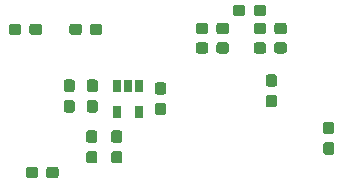
<source format=gbr>
G04 #@! TF.GenerationSoftware,KiCad,Pcbnew,(5.1.4)-1*
G04 #@! TF.CreationDate,2019-12-06T22:53:01-05:00*
G04 #@! TF.ProjectId,STM32G4DevBoard,53544d33-3247-4344-9465-76426f617264,rev?*
G04 #@! TF.SameCoordinates,Original*
G04 #@! TF.FileFunction,Paste,Bot*
G04 #@! TF.FilePolarity,Positive*
%FSLAX46Y46*%
G04 Gerber Fmt 4.6, Leading zero omitted, Abs format (unit mm)*
G04 Created by KiCad (PCBNEW (5.1.4)-1) date 2019-12-06 22:53:01*
%MOMM*%
%LPD*%
G04 APERTURE LIST*
%ADD10C,0.100000*%
%ADD11C,0.950000*%
%ADD12R,0.650000X1.060000*%
G04 APERTURE END LIST*
D10*
G36*
X117279379Y-85454344D02*
G01*
X117302434Y-85457763D01*
X117325043Y-85463427D01*
X117346987Y-85471279D01*
X117368057Y-85481244D01*
X117388048Y-85493226D01*
X117406768Y-85507110D01*
X117424038Y-85522762D01*
X117439690Y-85540032D01*
X117453574Y-85558752D01*
X117465556Y-85578743D01*
X117475521Y-85599813D01*
X117483373Y-85621757D01*
X117489037Y-85644366D01*
X117492456Y-85667421D01*
X117493600Y-85690700D01*
X117493600Y-86165700D01*
X117492456Y-86188979D01*
X117489037Y-86212034D01*
X117483373Y-86234643D01*
X117475521Y-86256587D01*
X117465556Y-86277657D01*
X117453574Y-86297648D01*
X117439690Y-86316368D01*
X117424038Y-86333638D01*
X117406768Y-86349290D01*
X117388048Y-86363174D01*
X117368057Y-86375156D01*
X117346987Y-86385121D01*
X117325043Y-86392973D01*
X117302434Y-86398637D01*
X117279379Y-86402056D01*
X117256100Y-86403200D01*
X116681100Y-86403200D01*
X116657821Y-86402056D01*
X116634766Y-86398637D01*
X116612157Y-86392973D01*
X116590213Y-86385121D01*
X116569143Y-86375156D01*
X116549152Y-86363174D01*
X116530432Y-86349290D01*
X116513162Y-86333638D01*
X116497510Y-86316368D01*
X116483626Y-86297648D01*
X116471644Y-86277657D01*
X116461679Y-86256587D01*
X116453827Y-86234643D01*
X116448163Y-86212034D01*
X116444744Y-86188979D01*
X116443600Y-86165700D01*
X116443600Y-85690700D01*
X116444744Y-85667421D01*
X116448163Y-85644366D01*
X116453827Y-85621757D01*
X116461679Y-85599813D01*
X116471644Y-85578743D01*
X116483626Y-85558752D01*
X116497510Y-85540032D01*
X116513162Y-85522762D01*
X116530432Y-85507110D01*
X116549152Y-85493226D01*
X116569143Y-85481244D01*
X116590213Y-85471279D01*
X116612157Y-85463427D01*
X116634766Y-85457763D01*
X116657821Y-85454344D01*
X116681100Y-85453200D01*
X117256100Y-85453200D01*
X117279379Y-85454344D01*
X117279379Y-85454344D01*
G37*
D11*
X116968600Y-85928200D03*
D10*
G36*
X115529379Y-85454344D02*
G01*
X115552434Y-85457763D01*
X115575043Y-85463427D01*
X115596987Y-85471279D01*
X115618057Y-85481244D01*
X115638048Y-85493226D01*
X115656768Y-85507110D01*
X115674038Y-85522762D01*
X115689690Y-85540032D01*
X115703574Y-85558752D01*
X115715556Y-85578743D01*
X115725521Y-85599813D01*
X115733373Y-85621757D01*
X115739037Y-85644366D01*
X115742456Y-85667421D01*
X115743600Y-85690700D01*
X115743600Y-86165700D01*
X115742456Y-86188979D01*
X115739037Y-86212034D01*
X115733373Y-86234643D01*
X115725521Y-86256587D01*
X115715556Y-86277657D01*
X115703574Y-86297648D01*
X115689690Y-86316368D01*
X115674038Y-86333638D01*
X115656768Y-86349290D01*
X115638048Y-86363174D01*
X115618057Y-86375156D01*
X115596987Y-86385121D01*
X115575043Y-86392973D01*
X115552434Y-86398637D01*
X115529379Y-86402056D01*
X115506100Y-86403200D01*
X114931100Y-86403200D01*
X114907821Y-86402056D01*
X114884766Y-86398637D01*
X114862157Y-86392973D01*
X114840213Y-86385121D01*
X114819143Y-86375156D01*
X114799152Y-86363174D01*
X114780432Y-86349290D01*
X114763162Y-86333638D01*
X114747510Y-86316368D01*
X114733626Y-86297648D01*
X114721644Y-86277657D01*
X114711679Y-86256587D01*
X114703827Y-86234643D01*
X114698163Y-86212034D01*
X114694744Y-86188979D01*
X114693600Y-86165700D01*
X114693600Y-85690700D01*
X114694744Y-85667421D01*
X114698163Y-85644366D01*
X114703827Y-85621757D01*
X114711679Y-85599813D01*
X114721644Y-85578743D01*
X114733626Y-85558752D01*
X114747510Y-85540032D01*
X114763162Y-85522762D01*
X114780432Y-85507110D01*
X114799152Y-85493226D01*
X114819143Y-85481244D01*
X114840213Y-85471279D01*
X114862157Y-85463427D01*
X114884766Y-85457763D01*
X114907821Y-85454344D01*
X114931100Y-85453200D01*
X115506100Y-85453200D01*
X115529379Y-85454344D01*
X115529379Y-85454344D01*
G37*
D11*
X115218600Y-85928200D03*
D10*
G36*
X132061379Y-91486344D02*
G01*
X132084434Y-91489763D01*
X132107043Y-91495427D01*
X132128987Y-91503279D01*
X132150057Y-91513244D01*
X132170048Y-91525226D01*
X132188768Y-91539110D01*
X132206038Y-91554762D01*
X132221690Y-91572032D01*
X132235574Y-91590752D01*
X132247556Y-91610743D01*
X132257521Y-91631813D01*
X132265373Y-91653757D01*
X132271037Y-91676366D01*
X132274456Y-91699421D01*
X132275600Y-91722700D01*
X132275600Y-92297700D01*
X132274456Y-92320979D01*
X132271037Y-92344034D01*
X132265373Y-92366643D01*
X132257521Y-92388587D01*
X132247556Y-92409657D01*
X132235574Y-92429648D01*
X132221690Y-92448368D01*
X132206038Y-92465638D01*
X132188768Y-92481290D01*
X132170048Y-92495174D01*
X132150057Y-92507156D01*
X132128987Y-92517121D01*
X132107043Y-92524973D01*
X132084434Y-92530637D01*
X132061379Y-92534056D01*
X132038100Y-92535200D01*
X131563100Y-92535200D01*
X131539821Y-92534056D01*
X131516766Y-92530637D01*
X131494157Y-92524973D01*
X131472213Y-92517121D01*
X131451143Y-92507156D01*
X131431152Y-92495174D01*
X131412432Y-92481290D01*
X131395162Y-92465638D01*
X131379510Y-92448368D01*
X131365626Y-92429648D01*
X131353644Y-92409657D01*
X131343679Y-92388587D01*
X131335827Y-92366643D01*
X131330163Y-92344034D01*
X131326744Y-92320979D01*
X131325600Y-92297700D01*
X131325600Y-91722700D01*
X131326744Y-91699421D01*
X131330163Y-91676366D01*
X131335827Y-91653757D01*
X131343679Y-91631813D01*
X131353644Y-91610743D01*
X131365626Y-91590752D01*
X131379510Y-91572032D01*
X131395162Y-91554762D01*
X131412432Y-91539110D01*
X131431152Y-91525226D01*
X131451143Y-91513244D01*
X131472213Y-91503279D01*
X131494157Y-91495427D01*
X131516766Y-91489763D01*
X131539821Y-91486344D01*
X131563100Y-91485200D01*
X132038100Y-91485200D01*
X132061379Y-91486344D01*
X132061379Y-91486344D01*
G37*
D11*
X131800600Y-92010200D03*
D10*
G36*
X132061379Y-89736344D02*
G01*
X132084434Y-89739763D01*
X132107043Y-89745427D01*
X132128987Y-89753279D01*
X132150057Y-89763244D01*
X132170048Y-89775226D01*
X132188768Y-89789110D01*
X132206038Y-89804762D01*
X132221690Y-89822032D01*
X132235574Y-89840752D01*
X132247556Y-89860743D01*
X132257521Y-89881813D01*
X132265373Y-89903757D01*
X132271037Y-89926366D01*
X132274456Y-89949421D01*
X132275600Y-89972700D01*
X132275600Y-90547700D01*
X132274456Y-90570979D01*
X132271037Y-90594034D01*
X132265373Y-90616643D01*
X132257521Y-90638587D01*
X132247556Y-90659657D01*
X132235574Y-90679648D01*
X132221690Y-90698368D01*
X132206038Y-90715638D01*
X132188768Y-90731290D01*
X132170048Y-90745174D01*
X132150057Y-90757156D01*
X132128987Y-90767121D01*
X132107043Y-90774973D01*
X132084434Y-90780637D01*
X132061379Y-90784056D01*
X132038100Y-90785200D01*
X131563100Y-90785200D01*
X131539821Y-90784056D01*
X131516766Y-90780637D01*
X131494157Y-90774973D01*
X131472213Y-90767121D01*
X131451143Y-90757156D01*
X131431152Y-90745174D01*
X131412432Y-90731290D01*
X131395162Y-90715638D01*
X131379510Y-90698368D01*
X131365626Y-90679648D01*
X131353644Y-90659657D01*
X131343679Y-90638587D01*
X131335827Y-90616643D01*
X131330163Y-90594034D01*
X131326744Y-90570979D01*
X131325600Y-90547700D01*
X131325600Y-89972700D01*
X131326744Y-89949421D01*
X131330163Y-89926366D01*
X131335827Y-89903757D01*
X131343679Y-89881813D01*
X131353644Y-89860743D01*
X131365626Y-89840752D01*
X131379510Y-89822032D01*
X131395162Y-89804762D01*
X131412432Y-89789110D01*
X131431152Y-89775226D01*
X131451143Y-89763244D01*
X131472213Y-89753279D01*
X131494157Y-89745427D01*
X131516766Y-89739763D01*
X131539821Y-89736344D01*
X131563100Y-89735200D01*
X132038100Y-89735200D01*
X132061379Y-89736344D01*
X132061379Y-89736344D01*
G37*
D11*
X131800600Y-90260200D03*
D10*
G36*
X114941779Y-91924544D02*
G01*
X114964834Y-91927963D01*
X114987443Y-91933627D01*
X115009387Y-91941479D01*
X115030457Y-91951444D01*
X115050448Y-91963426D01*
X115069168Y-91977310D01*
X115086438Y-91992962D01*
X115102090Y-92010232D01*
X115115974Y-92028952D01*
X115127956Y-92048943D01*
X115137921Y-92070013D01*
X115145773Y-92091957D01*
X115151437Y-92114566D01*
X115154856Y-92137621D01*
X115156000Y-92160900D01*
X115156000Y-92735900D01*
X115154856Y-92759179D01*
X115151437Y-92782234D01*
X115145773Y-92804843D01*
X115137921Y-92826787D01*
X115127956Y-92847857D01*
X115115974Y-92867848D01*
X115102090Y-92886568D01*
X115086438Y-92903838D01*
X115069168Y-92919490D01*
X115050448Y-92933374D01*
X115030457Y-92945356D01*
X115009387Y-92955321D01*
X114987443Y-92963173D01*
X114964834Y-92968837D01*
X114941779Y-92972256D01*
X114918500Y-92973400D01*
X114443500Y-92973400D01*
X114420221Y-92972256D01*
X114397166Y-92968837D01*
X114374557Y-92963173D01*
X114352613Y-92955321D01*
X114331543Y-92945356D01*
X114311552Y-92933374D01*
X114292832Y-92919490D01*
X114275562Y-92903838D01*
X114259910Y-92886568D01*
X114246026Y-92867848D01*
X114234044Y-92847857D01*
X114224079Y-92826787D01*
X114216227Y-92804843D01*
X114210563Y-92782234D01*
X114207144Y-92759179D01*
X114206000Y-92735900D01*
X114206000Y-92160900D01*
X114207144Y-92137621D01*
X114210563Y-92114566D01*
X114216227Y-92091957D01*
X114224079Y-92070013D01*
X114234044Y-92048943D01*
X114246026Y-92028952D01*
X114259910Y-92010232D01*
X114275562Y-91992962D01*
X114292832Y-91977310D01*
X114311552Y-91963426D01*
X114331543Y-91951444D01*
X114352613Y-91941479D01*
X114374557Y-91933627D01*
X114397166Y-91927963D01*
X114420221Y-91924544D01*
X114443500Y-91923400D01*
X114918500Y-91923400D01*
X114941779Y-91924544D01*
X114941779Y-91924544D01*
G37*
D11*
X114681000Y-92448400D03*
D10*
G36*
X114941779Y-90174544D02*
G01*
X114964834Y-90177963D01*
X114987443Y-90183627D01*
X115009387Y-90191479D01*
X115030457Y-90201444D01*
X115050448Y-90213426D01*
X115069168Y-90227310D01*
X115086438Y-90242962D01*
X115102090Y-90260232D01*
X115115974Y-90278952D01*
X115127956Y-90298943D01*
X115137921Y-90320013D01*
X115145773Y-90341957D01*
X115151437Y-90364566D01*
X115154856Y-90387621D01*
X115156000Y-90410900D01*
X115156000Y-90985900D01*
X115154856Y-91009179D01*
X115151437Y-91032234D01*
X115145773Y-91054843D01*
X115137921Y-91076787D01*
X115127956Y-91097857D01*
X115115974Y-91117848D01*
X115102090Y-91136568D01*
X115086438Y-91153838D01*
X115069168Y-91169490D01*
X115050448Y-91183374D01*
X115030457Y-91195356D01*
X115009387Y-91205321D01*
X114987443Y-91213173D01*
X114964834Y-91218837D01*
X114941779Y-91222256D01*
X114918500Y-91223400D01*
X114443500Y-91223400D01*
X114420221Y-91222256D01*
X114397166Y-91218837D01*
X114374557Y-91213173D01*
X114352613Y-91205321D01*
X114331543Y-91195356D01*
X114311552Y-91183374D01*
X114292832Y-91169490D01*
X114275562Y-91153838D01*
X114259910Y-91136568D01*
X114246026Y-91117848D01*
X114234044Y-91097857D01*
X114224079Y-91076787D01*
X114216227Y-91054843D01*
X114210563Y-91032234D01*
X114207144Y-91009179D01*
X114206000Y-90985900D01*
X114206000Y-90410900D01*
X114207144Y-90387621D01*
X114210563Y-90364566D01*
X114216227Y-90341957D01*
X114224079Y-90320013D01*
X114234044Y-90298943D01*
X114246026Y-90278952D01*
X114259910Y-90260232D01*
X114275562Y-90242962D01*
X114292832Y-90227310D01*
X114311552Y-90213426D01*
X114331543Y-90201444D01*
X114352613Y-90191479D01*
X114374557Y-90183627D01*
X114397166Y-90177963D01*
X114420221Y-90174544D01*
X114443500Y-90173400D01*
X114918500Y-90173400D01*
X114941779Y-90174544D01*
X114941779Y-90174544D01*
G37*
D11*
X114681000Y-90698400D03*
D10*
G36*
X132884779Y-85378144D02*
G01*
X132907834Y-85381563D01*
X132930443Y-85387227D01*
X132952387Y-85395079D01*
X132973457Y-85405044D01*
X132993448Y-85417026D01*
X133012168Y-85430910D01*
X133029438Y-85446562D01*
X133045090Y-85463832D01*
X133058974Y-85482552D01*
X133070956Y-85502543D01*
X133080921Y-85523613D01*
X133088773Y-85545557D01*
X133094437Y-85568166D01*
X133097856Y-85591221D01*
X133099000Y-85614500D01*
X133099000Y-86089500D01*
X133097856Y-86112779D01*
X133094437Y-86135834D01*
X133088773Y-86158443D01*
X133080921Y-86180387D01*
X133070956Y-86201457D01*
X133058974Y-86221448D01*
X133045090Y-86240168D01*
X133029438Y-86257438D01*
X133012168Y-86273090D01*
X132993448Y-86286974D01*
X132973457Y-86298956D01*
X132952387Y-86308921D01*
X132930443Y-86316773D01*
X132907834Y-86322437D01*
X132884779Y-86325856D01*
X132861500Y-86327000D01*
X132286500Y-86327000D01*
X132263221Y-86325856D01*
X132240166Y-86322437D01*
X132217557Y-86316773D01*
X132195613Y-86308921D01*
X132174543Y-86298956D01*
X132154552Y-86286974D01*
X132135832Y-86273090D01*
X132118562Y-86257438D01*
X132102910Y-86240168D01*
X132089026Y-86221448D01*
X132077044Y-86201457D01*
X132067079Y-86180387D01*
X132059227Y-86158443D01*
X132053563Y-86135834D01*
X132050144Y-86112779D01*
X132049000Y-86089500D01*
X132049000Y-85614500D01*
X132050144Y-85591221D01*
X132053563Y-85568166D01*
X132059227Y-85545557D01*
X132067079Y-85523613D01*
X132077044Y-85502543D01*
X132089026Y-85482552D01*
X132102910Y-85463832D01*
X132118562Y-85446562D01*
X132135832Y-85430910D01*
X132154552Y-85417026D01*
X132174543Y-85405044D01*
X132195613Y-85395079D01*
X132217557Y-85387227D01*
X132240166Y-85381563D01*
X132263221Y-85378144D01*
X132286500Y-85377000D01*
X132861500Y-85377000D01*
X132884779Y-85378144D01*
X132884779Y-85378144D01*
G37*
D11*
X132574000Y-85852000D03*
D10*
G36*
X131134779Y-85378144D02*
G01*
X131157834Y-85381563D01*
X131180443Y-85387227D01*
X131202387Y-85395079D01*
X131223457Y-85405044D01*
X131243448Y-85417026D01*
X131262168Y-85430910D01*
X131279438Y-85446562D01*
X131295090Y-85463832D01*
X131308974Y-85482552D01*
X131320956Y-85502543D01*
X131330921Y-85523613D01*
X131338773Y-85545557D01*
X131344437Y-85568166D01*
X131347856Y-85591221D01*
X131349000Y-85614500D01*
X131349000Y-86089500D01*
X131347856Y-86112779D01*
X131344437Y-86135834D01*
X131338773Y-86158443D01*
X131330921Y-86180387D01*
X131320956Y-86201457D01*
X131308974Y-86221448D01*
X131295090Y-86240168D01*
X131279438Y-86257438D01*
X131262168Y-86273090D01*
X131243448Y-86286974D01*
X131223457Y-86298956D01*
X131202387Y-86308921D01*
X131180443Y-86316773D01*
X131157834Y-86322437D01*
X131134779Y-86325856D01*
X131111500Y-86327000D01*
X130536500Y-86327000D01*
X130513221Y-86325856D01*
X130490166Y-86322437D01*
X130467557Y-86316773D01*
X130445613Y-86308921D01*
X130424543Y-86298956D01*
X130404552Y-86286974D01*
X130385832Y-86273090D01*
X130368562Y-86257438D01*
X130352910Y-86240168D01*
X130339026Y-86221448D01*
X130327044Y-86201457D01*
X130317079Y-86180387D01*
X130309227Y-86158443D01*
X130303563Y-86135834D01*
X130300144Y-86112779D01*
X130299000Y-86089500D01*
X130299000Y-85614500D01*
X130300144Y-85591221D01*
X130303563Y-85568166D01*
X130309227Y-85545557D01*
X130317079Y-85523613D01*
X130327044Y-85502543D01*
X130339026Y-85482552D01*
X130352910Y-85463832D01*
X130368562Y-85446562D01*
X130385832Y-85430910D01*
X130404552Y-85417026D01*
X130424543Y-85405044D01*
X130445613Y-85395079D01*
X130467557Y-85387227D01*
X130490166Y-85381563D01*
X130513221Y-85378144D01*
X130536500Y-85377000D01*
X131111500Y-85377000D01*
X131134779Y-85378144D01*
X131134779Y-85378144D01*
G37*
D11*
X130824000Y-85852000D03*
D12*
X118699880Y-92903400D03*
X120599880Y-92903400D03*
X120599880Y-90703400D03*
X119649880Y-90703400D03*
X118699880Y-90703400D03*
D10*
G36*
X113566779Y-97570144D02*
G01*
X113589834Y-97573563D01*
X113612443Y-97579227D01*
X113634387Y-97587079D01*
X113655457Y-97597044D01*
X113675448Y-97609026D01*
X113694168Y-97622910D01*
X113711438Y-97638562D01*
X113727090Y-97655832D01*
X113740974Y-97674552D01*
X113752956Y-97694543D01*
X113762921Y-97715613D01*
X113770773Y-97737557D01*
X113776437Y-97760166D01*
X113779856Y-97783221D01*
X113781000Y-97806500D01*
X113781000Y-98281500D01*
X113779856Y-98304779D01*
X113776437Y-98327834D01*
X113770773Y-98350443D01*
X113762921Y-98372387D01*
X113752956Y-98393457D01*
X113740974Y-98413448D01*
X113727090Y-98432168D01*
X113711438Y-98449438D01*
X113694168Y-98465090D01*
X113675448Y-98478974D01*
X113655457Y-98490956D01*
X113634387Y-98500921D01*
X113612443Y-98508773D01*
X113589834Y-98514437D01*
X113566779Y-98517856D01*
X113543500Y-98519000D01*
X112968500Y-98519000D01*
X112945221Y-98517856D01*
X112922166Y-98514437D01*
X112899557Y-98508773D01*
X112877613Y-98500921D01*
X112856543Y-98490956D01*
X112836552Y-98478974D01*
X112817832Y-98465090D01*
X112800562Y-98449438D01*
X112784910Y-98432168D01*
X112771026Y-98413448D01*
X112759044Y-98393457D01*
X112749079Y-98372387D01*
X112741227Y-98350443D01*
X112735563Y-98327834D01*
X112732144Y-98304779D01*
X112731000Y-98281500D01*
X112731000Y-97806500D01*
X112732144Y-97783221D01*
X112735563Y-97760166D01*
X112741227Y-97737557D01*
X112749079Y-97715613D01*
X112759044Y-97694543D01*
X112771026Y-97674552D01*
X112784910Y-97655832D01*
X112800562Y-97638562D01*
X112817832Y-97622910D01*
X112836552Y-97609026D01*
X112856543Y-97597044D01*
X112877613Y-97587079D01*
X112899557Y-97579227D01*
X112922166Y-97573563D01*
X112945221Y-97570144D01*
X112968500Y-97569000D01*
X113543500Y-97569000D01*
X113566779Y-97570144D01*
X113566779Y-97570144D01*
G37*
D11*
X113256000Y-98044000D03*
D10*
G36*
X111816779Y-97570144D02*
G01*
X111839834Y-97573563D01*
X111862443Y-97579227D01*
X111884387Y-97587079D01*
X111905457Y-97597044D01*
X111925448Y-97609026D01*
X111944168Y-97622910D01*
X111961438Y-97638562D01*
X111977090Y-97655832D01*
X111990974Y-97674552D01*
X112002956Y-97694543D01*
X112012921Y-97715613D01*
X112020773Y-97737557D01*
X112026437Y-97760166D01*
X112029856Y-97783221D01*
X112031000Y-97806500D01*
X112031000Y-98281500D01*
X112029856Y-98304779D01*
X112026437Y-98327834D01*
X112020773Y-98350443D01*
X112012921Y-98372387D01*
X112002956Y-98393457D01*
X111990974Y-98413448D01*
X111977090Y-98432168D01*
X111961438Y-98449438D01*
X111944168Y-98465090D01*
X111925448Y-98478974D01*
X111905457Y-98490956D01*
X111884387Y-98500921D01*
X111862443Y-98508773D01*
X111839834Y-98514437D01*
X111816779Y-98517856D01*
X111793500Y-98519000D01*
X111218500Y-98519000D01*
X111195221Y-98517856D01*
X111172166Y-98514437D01*
X111149557Y-98508773D01*
X111127613Y-98500921D01*
X111106543Y-98490956D01*
X111086552Y-98478974D01*
X111067832Y-98465090D01*
X111050562Y-98449438D01*
X111034910Y-98432168D01*
X111021026Y-98413448D01*
X111009044Y-98393457D01*
X110999079Y-98372387D01*
X110991227Y-98350443D01*
X110985563Y-98327834D01*
X110982144Y-98304779D01*
X110981000Y-98281500D01*
X110981000Y-97806500D01*
X110982144Y-97783221D01*
X110985563Y-97760166D01*
X110991227Y-97737557D01*
X110999079Y-97715613D01*
X111009044Y-97694543D01*
X111021026Y-97674552D01*
X111034910Y-97655832D01*
X111050562Y-97638562D01*
X111067832Y-97622910D01*
X111086552Y-97609026D01*
X111106543Y-97597044D01*
X111127613Y-97587079D01*
X111149557Y-97579227D01*
X111172166Y-97573563D01*
X111195221Y-97570144D01*
X111218500Y-97569000D01*
X111793500Y-97569000D01*
X111816779Y-97570144D01*
X111816779Y-97570144D01*
G37*
D11*
X111506000Y-98044000D03*
D10*
G36*
X131134779Y-87029144D02*
G01*
X131157834Y-87032563D01*
X131180443Y-87038227D01*
X131202387Y-87046079D01*
X131223457Y-87056044D01*
X131243448Y-87068026D01*
X131262168Y-87081910D01*
X131279438Y-87097562D01*
X131295090Y-87114832D01*
X131308974Y-87133552D01*
X131320956Y-87153543D01*
X131330921Y-87174613D01*
X131338773Y-87196557D01*
X131344437Y-87219166D01*
X131347856Y-87242221D01*
X131349000Y-87265500D01*
X131349000Y-87740500D01*
X131347856Y-87763779D01*
X131344437Y-87786834D01*
X131338773Y-87809443D01*
X131330921Y-87831387D01*
X131320956Y-87852457D01*
X131308974Y-87872448D01*
X131295090Y-87891168D01*
X131279438Y-87908438D01*
X131262168Y-87924090D01*
X131243448Y-87937974D01*
X131223457Y-87949956D01*
X131202387Y-87959921D01*
X131180443Y-87967773D01*
X131157834Y-87973437D01*
X131134779Y-87976856D01*
X131111500Y-87978000D01*
X130536500Y-87978000D01*
X130513221Y-87976856D01*
X130490166Y-87973437D01*
X130467557Y-87967773D01*
X130445613Y-87959921D01*
X130424543Y-87949956D01*
X130404552Y-87937974D01*
X130385832Y-87924090D01*
X130368562Y-87908438D01*
X130352910Y-87891168D01*
X130339026Y-87872448D01*
X130327044Y-87852457D01*
X130317079Y-87831387D01*
X130309227Y-87809443D01*
X130303563Y-87786834D01*
X130300144Y-87763779D01*
X130299000Y-87740500D01*
X130299000Y-87265500D01*
X130300144Y-87242221D01*
X130303563Y-87219166D01*
X130309227Y-87196557D01*
X130317079Y-87174613D01*
X130327044Y-87153543D01*
X130339026Y-87133552D01*
X130352910Y-87114832D01*
X130368562Y-87097562D01*
X130385832Y-87081910D01*
X130404552Y-87068026D01*
X130424543Y-87056044D01*
X130445613Y-87046079D01*
X130467557Y-87038227D01*
X130490166Y-87032563D01*
X130513221Y-87029144D01*
X130536500Y-87028000D01*
X131111500Y-87028000D01*
X131134779Y-87029144D01*
X131134779Y-87029144D01*
G37*
D11*
X130824000Y-87503000D03*
D10*
G36*
X132884779Y-87029144D02*
G01*
X132907834Y-87032563D01*
X132930443Y-87038227D01*
X132952387Y-87046079D01*
X132973457Y-87056044D01*
X132993448Y-87068026D01*
X133012168Y-87081910D01*
X133029438Y-87097562D01*
X133045090Y-87114832D01*
X133058974Y-87133552D01*
X133070956Y-87153543D01*
X133080921Y-87174613D01*
X133088773Y-87196557D01*
X133094437Y-87219166D01*
X133097856Y-87242221D01*
X133099000Y-87265500D01*
X133099000Y-87740500D01*
X133097856Y-87763779D01*
X133094437Y-87786834D01*
X133088773Y-87809443D01*
X133080921Y-87831387D01*
X133070956Y-87852457D01*
X133058974Y-87872448D01*
X133045090Y-87891168D01*
X133029438Y-87908438D01*
X133012168Y-87924090D01*
X132993448Y-87937974D01*
X132973457Y-87949956D01*
X132952387Y-87959921D01*
X132930443Y-87967773D01*
X132907834Y-87973437D01*
X132884779Y-87976856D01*
X132861500Y-87978000D01*
X132286500Y-87978000D01*
X132263221Y-87976856D01*
X132240166Y-87973437D01*
X132217557Y-87967773D01*
X132195613Y-87959921D01*
X132174543Y-87949956D01*
X132154552Y-87937974D01*
X132135832Y-87924090D01*
X132118562Y-87908438D01*
X132102910Y-87891168D01*
X132089026Y-87872448D01*
X132077044Y-87852457D01*
X132067079Y-87831387D01*
X132059227Y-87809443D01*
X132053563Y-87786834D01*
X132050144Y-87763779D01*
X132049000Y-87740500D01*
X132049000Y-87265500D01*
X132050144Y-87242221D01*
X132053563Y-87219166D01*
X132059227Y-87196557D01*
X132067079Y-87174613D01*
X132077044Y-87153543D01*
X132089026Y-87133552D01*
X132102910Y-87114832D01*
X132118562Y-87097562D01*
X132135832Y-87081910D01*
X132154552Y-87068026D01*
X132174543Y-87056044D01*
X132195613Y-87046079D01*
X132217557Y-87038227D01*
X132240166Y-87032563D01*
X132263221Y-87029144D01*
X132286500Y-87028000D01*
X132861500Y-87028000D01*
X132884779Y-87029144D01*
X132884779Y-87029144D01*
G37*
D11*
X132574000Y-87503000D03*
D10*
G36*
X126232579Y-85378144D02*
G01*
X126255634Y-85381563D01*
X126278243Y-85387227D01*
X126300187Y-85395079D01*
X126321257Y-85405044D01*
X126341248Y-85417026D01*
X126359968Y-85430910D01*
X126377238Y-85446562D01*
X126392890Y-85463832D01*
X126406774Y-85482552D01*
X126418756Y-85502543D01*
X126428721Y-85523613D01*
X126436573Y-85545557D01*
X126442237Y-85568166D01*
X126445656Y-85591221D01*
X126446800Y-85614500D01*
X126446800Y-86089500D01*
X126445656Y-86112779D01*
X126442237Y-86135834D01*
X126436573Y-86158443D01*
X126428721Y-86180387D01*
X126418756Y-86201457D01*
X126406774Y-86221448D01*
X126392890Y-86240168D01*
X126377238Y-86257438D01*
X126359968Y-86273090D01*
X126341248Y-86286974D01*
X126321257Y-86298956D01*
X126300187Y-86308921D01*
X126278243Y-86316773D01*
X126255634Y-86322437D01*
X126232579Y-86325856D01*
X126209300Y-86327000D01*
X125634300Y-86327000D01*
X125611021Y-86325856D01*
X125587966Y-86322437D01*
X125565357Y-86316773D01*
X125543413Y-86308921D01*
X125522343Y-86298956D01*
X125502352Y-86286974D01*
X125483632Y-86273090D01*
X125466362Y-86257438D01*
X125450710Y-86240168D01*
X125436826Y-86221448D01*
X125424844Y-86201457D01*
X125414879Y-86180387D01*
X125407027Y-86158443D01*
X125401363Y-86135834D01*
X125397944Y-86112779D01*
X125396800Y-86089500D01*
X125396800Y-85614500D01*
X125397944Y-85591221D01*
X125401363Y-85568166D01*
X125407027Y-85545557D01*
X125414879Y-85523613D01*
X125424844Y-85502543D01*
X125436826Y-85482552D01*
X125450710Y-85463832D01*
X125466362Y-85446562D01*
X125483632Y-85430910D01*
X125502352Y-85417026D01*
X125522343Y-85405044D01*
X125543413Y-85395079D01*
X125565357Y-85387227D01*
X125587966Y-85381563D01*
X125611021Y-85378144D01*
X125634300Y-85377000D01*
X126209300Y-85377000D01*
X126232579Y-85378144D01*
X126232579Y-85378144D01*
G37*
D11*
X125921800Y-85852000D03*
D10*
G36*
X127982579Y-85378144D02*
G01*
X128005634Y-85381563D01*
X128028243Y-85387227D01*
X128050187Y-85395079D01*
X128071257Y-85405044D01*
X128091248Y-85417026D01*
X128109968Y-85430910D01*
X128127238Y-85446562D01*
X128142890Y-85463832D01*
X128156774Y-85482552D01*
X128168756Y-85502543D01*
X128178721Y-85523613D01*
X128186573Y-85545557D01*
X128192237Y-85568166D01*
X128195656Y-85591221D01*
X128196800Y-85614500D01*
X128196800Y-86089500D01*
X128195656Y-86112779D01*
X128192237Y-86135834D01*
X128186573Y-86158443D01*
X128178721Y-86180387D01*
X128168756Y-86201457D01*
X128156774Y-86221448D01*
X128142890Y-86240168D01*
X128127238Y-86257438D01*
X128109968Y-86273090D01*
X128091248Y-86286974D01*
X128071257Y-86298956D01*
X128050187Y-86308921D01*
X128028243Y-86316773D01*
X128005634Y-86322437D01*
X127982579Y-86325856D01*
X127959300Y-86327000D01*
X127384300Y-86327000D01*
X127361021Y-86325856D01*
X127337966Y-86322437D01*
X127315357Y-86316773D01*
X127293413Y-86308921D01*
X127272343Y-86298956D01*
X127252352Y-86286974D01*
X127233632Y-86273090D01*
X127216362Y-86257438D01*
X127200710Y-86240168D01*
X127186826Y-86221448D01*
X127174844Y-86201457D01*
X127164879Y-86180387D01*
X127157027Y-86158443D01*
X127151363Y-86135834D01*
X127147944Y-86112779D01*
X127146800Y-86089500D01*
X127146800Y-85614500D01*
X127147944Y-85591221D01*
X127151363Y-85568166D01*
X127157027Y-85545557D01*
X127164879Y-85523613D01*
X127174844Y-85502543D01*
X127186826Y-85482552D01*
X127200710Y-85463832D01*
X127216362Y-85446562D01*
X127233632Y-85430910D01*
X127252352Y-85417026D01*
X127272343Y-85405044D01*
X127293413Y-85395079D01*
X127315357Y-85387227D01*
X127337966Y-85381563D01*
X127361021Y-85378144D01*
X127384300Y-85377000D01*
X127959300Y-85377000D01*
X127982579Y-85378144D01*
X127982579Y-85378144D01*
G37*
D11*
X127671800Y-85852000D03*
D10*
G36*
X136912779Y-93738144D02*
G01*
X136935834Y-93741563D01*
X136958443Y-93747227D01*
X136980387Y-93755079D01*
X137001457Y-93765044D01*
X137021448Y-93777026D01*
X137040168Y-93790910D01*
X137057438Y-93806562D01*
X137073090Y-93823832D01*
X137086974Y-93842552D01*
X137098956Y-93862543D01*
X137108921Y-93883613D01*
X137116773Y-93905557D01*
X137122437Y-93928166D01*
X137125856Y-93951221D01*
X137127000Y-93974500D01*
X137127000Y-94549500D01*
X137125856Y-94572779D01*
X137122437Y-94595834D01*
X137116773Y-94618443D01*
X137108921Y-94640387D01*
X137098956Y-94661457D01*
X137086974Y-94681448D01*
X137073090Y-94700168D01*
X137057438Y-94717438D01*
X137040168Y-94733090D01*
X137021448Y-94746974D01*
X137001457Y-94758956D01*
X136980387Y-94768921D01*
X136958443Y-94776773D01*
X136935834Y-94782437D01*
X136912779Y-94785856D01*
X136889500Y-94787000D01*
X136414500Y-94787000D01*
X136391221Y-94785856D01*
X136368166Y-94782437D01*
X136345557Y-94776773D01*
X136323613Y-94768921D01*
X136302543Y-94758956D01*
X136282552Y-94746974D01*
X136263832Y-94733090D01*
X136246562Y-94717438D01*
X136230910Y-94700168D01*
X136217026Y-94681448D01*
X136205044Y-94661457D01*
X136195079Y-94640387D01*
X136187227Y-94618443D01*
X136181563Y-94595834D01*
X136178144Y-94572779D01*
X136177000Y-94549500D01*
X136177000Y-93974500D01*
X136178144Y-93951221D01*
X136181563Y-93928166D01*
X136187227Y-93905557D01*
X136195079Y-93883613D01*
X136205044Y-93862543D01*
X136217026Y-93842552D01*
X136230910Y-93823832D01*
X136246562Y-93806562D01*
X136263832Y-93790910D01*
X136282552Y-93777026D01*
X136302543Y-93765044D01*
X136323613Y-93755079D01*
X136345557Y-93747227D01*
X136368166Y-93741563D01*
X136391221Y-93738144D01*
X136414500Y-93737000D01*
X136889500Y-93737000D01*
X136912779Y-93738144D01*
X136912779Y-93738144D01*
G37*
D11*
X136652000Y-94262000D03*
D10*
G36*
X136912779Y-95488144D02*
G01*
X136935834Y-95491563D01*
X136958443Y-95497227D01*
X136980387Y-95505079D01*
X137001457Y-95515044D01*
X137021448Y-95527026D01*
X137040168Y-95540910D01*
X137057438Y-95556562D01*
X137073090Y-95573832D01*
X137086974Y-95592552D01*
X137098956Y-95612543D01*
X137108921Y-95633613D01*
X137116773Y-95655557D01*
X137122437Y-95678166D01*
X137125856Y-95701221D01*
X137127000Y-95724500D01*
X137127000Y-96299500D01*
X137125856Y-96322779D01*
X137122437Y-96345834D01*
X137116773Y-96368443D01*
X137108921Y-96390387D01*
X137098956Y-96411457D01*
X137086974Y-96431448D01*
X137073090Y-96450168D01*
X137057438Y-96467438D01*
X137040168Y-96483090D01*
X137021448Y-96496974D01*
X137001457Y-96508956D01*
X136980387Y-96518921D01*
X136958443Y-96526773D01*
X136935834Y-96532437D01*
X136912779Y-96535856D01*
X136889500Y-96537000D01*
X136414500Y-96537000D01*
X136391221Y-96535856D01*
X136368166Y-96532437D01*
X136345557Y-96526773D01*
X136323613Y-96518921D01*
X136302543Y-96508956D01*
X136282552Y-96496974D01*
X136263832Y-96483090D01*
X136246562Y-96467438D01*
X136230910Y-96450168D01*
X136217026Y-96431448D01*
X136205044Y-96411457D01*
X136195079Y-96390387D01*
X136187227Y-96368443D01*
X136181563Y-96345834D01*
X136178144Y-96322779D01*
X136177000Y-96299500D01*
X136177000Y-95724500D01*
X136178144Y-95701221D01*
X136181563Y-95678166D01*
X136187227Y-95655557D01*
X136195079Y-95633613D01*
X136205044Y-95612543D01*
X136217026Y-95592552D01*
X136230910Y-95573832D01*
X136246562Y-95556562D01*
X136263832Y-95540910D01*
X136282552Y-95527026D01*
X136302543Y-95515044D01*
X136323613Y-95505079D01*
X136345557Y-95497227D01*
X136368166Y-95491563D01*
X136391221Y-95488144D01*
X136414500Y-95487000D01*
X136889500Y-95487000D01*
X136912779Y-95488144D01*
X136912779Y-95488144D01*
G37*
D11*
X136652000Y-96012000D03*
D10*
G36*
X126232579Y-87029144D02*
G01*
X126255634Y-87032563D01*
X126278243Y-87038227D01*
X126300187Y-87046079D01*
X126321257Y-87056044D01*
X126341248Y-87068026D01*
X126359968Y-87081910D01*
X126377238Y-87097562D01*
X126392890Y-87114832D01*
X126406774Y-87133552D01*
X126418756Y-87153543D01*
X126428721Y-87174613D01*
X126436573Y-87196557D01*
X126442237Y-87219166D01*
X126445656Y-87242221D01*
X126446800Y-87265500D01*
X126446800Y-87740500D01*
X126445656Y-87763779D01*
X126442237Y-87786834D01*
X126436573Y-87809443D01*
X126428721Y-87831387D01*
X126418756Y-87852457D01*
X126406774Y-87872448D01*
X126392890Y-87891168D01*
X126377238Y-87908438D01*
X126359968Y-87924090D01*
X126341248Y-87937974D01*
X126321257Y-87949956D01*
X126300187Y-87959921D01*
X126278243Y-87967773D01*
X126255634Y-87973437D01*
X126232579Y-87976856D01*
X126209300Y-87978000D01*
X125634300Y-87978000D01*
X125611021Y-87976856D01*
X125587966Y-87973437D01*
X125565357Y-87967773D01*
X125543413Y-87959921D01*
X125522343Y-87949956D01*
X125502352Y-87937974D01*
X125483632Y-87924090D01*
X125466362Y-87908438D01*
X125450710Y-87891168D01*
X125436826Y-87872448D01*
X125424844Y-87852457D01*
X125414879Y-87831387D01*
X125407027Y-87809443D01*
X125401363Y-87786834D01*
X125397944Y-87763779D01*
X125396800Y-87740500D01*
X125396800Y-87265500D01*
X125397944Y-87242221D01*
X125401363Y-87219166D01*
X125407027Y-87196557D01*
X125414879Y-87174613D01*
X125424844Y-87153543D01*
X125436826Y-87133552D01*
X125450710Y-87114832D01*
X125466362Y-87097562D01*
X125483632Y-87081910D01*
X125502352Y-87068026D01*
X125522343Y-87056044D01*
X125543413Y-87046079D01*
X125565357Y-87038227D01*
X125587966Y-87032563D01*
X125611021Y-87029144D01*
X125634300Y-87028000D01*
X126209300Y-87028000D01*
X126232579Y-87029144D01*
X126232579Y-87029144D01*
G37*
D11*
X125921800Y-87503000D03*
D10*
G36*
X127982579Y-87029144D02*
G01*
X128005634Y-87032563D01*
X128028243Y-87038227D01*
X128050187Y-87046079D01*
X128071257Y-87056044D01*
X128091248Y-87068026D01*
X128109968Y-87081910D01*
X128127238Y-87097562D01*
X128142890Y-87114832D01*
X128156774Y-87133552D01*
X128168756Y-87153543D01*
X128178721Y-87174613D01*
X128186573Y-87196557D01*
X128192237Y-87219166D01*
X128195656Y-87242221D01*
X128196800Y-87265500D01*
X128196800Y-87740500D01*
X128195656Y-87763779D01*
X128192237Y-87786834D01*
X128186573Y-87809443D01*
X128178721Y-87831387D01*
X128168756Y-87852457D01*
X128156774Y-87872448D01*
X128142890Y-87891168D01*
X128127238Y-87908438D01*
X128109968Y-87924090D01*
X128091248Y-87937974D01*
X128071257Y-87949956D01*
X128050187Y-87959921D01*
X128028243Y-87967773D01*
X128005634Y-87973437D01*
X127982579Y-87976856D01*
X127959300Y-87978000D01*
X127384300Y-87978000D01*
X127361021Y-87976856D01*
X127337966Y-87973437D01*
X127315357Y-87967773D01*
X127293413Y-87959921D01*
X127272343Y-87949956D01*
X127252352Y-87937974D01*
X127233632Y-87924090D01*
X127216362Y-87908438D01*
X127200710Y-87891168D01*
X127186826Y-87872448D01*
X127174844Y-87852457D01*
X127164879Y-87831387D01*
X127157027Y-87809443D01*
X127151363Y-87786834D01*
X127147944Y-87763779D01*
X127146800Y-87740500D01*
X127146800Y-87265500D01*
X127147944Y-87242221D01*
X127151363Y-87219166D01*
X127157027Y-87196557D01*
X127164879Y-87174613D01*
X127174844Y-87153543D01*
X127186826Y-87133552D01*
X127200710Y-87114832D01*
X127216362Y-87097562D01*
X127233632Y-87081910D01*
X127252352Y-87068026D01*
X127272343Y-87056044D01*
X127293413Y-87046079D01*
X127315357Y-87038227D01*
X127337966Y-87032563D01*
X127361021Y-87029144D01*
X127384300Y-87028000D01*
X127959300Y-87028000D01*
X127982579Y-87029144D01*
X127982579Y-87029144D01*
G37*
D11*
X127671800Y-87503000D03*
D10*
G36*
X116891219Y-91924544D02*
G01*
X116914274Y-91927963D01*
X116936883Y-91933627D01*
X116958827Y-91941479D01*
X116979897Y-91951444D01*
X116999888Y-91963426D01*
X117018608Y-91977310D01*
X117035878Y-91992962D01*
X117051530Y-92010232D01*
X117065414Y-92028952D01*
X117077396Y-92048943D01*
X117087361Y-92070013D01*
X117095213Y-92091957D01*
X117100877Y-92114566D01*
X117104296Y-92137621D01*
X117105440Y-92160900D01*
X117105440Y-92735900D01*
X117104296Y-92759179D01*
X117100877Y-92782234D01*
X117095213Y-92804843D01*
X117087361Y-92826787D01*
X117077396Y-92847857D01*
X117065414Y-92867848D01*
X117051530Y-92886568D01*
X117035878Y-92903838D01*
X117018608Y-92919490D01*
X116999888Y-92933374D01*
X116979897Y-92945356D01*
X116958827Y-92955321D01*
X116936883Y-92963173D01*
X116914274Y-92968837D01*
X116891219Y-92972256D01*
X116867940Y-92973400D01*
X116392940Y-92973400D01*
X116369661Y-92972256D01*
X116346606Y-92968837D01*
X116323997Y-92963173D01*
X116302053Y-92955321D01*
X116280983Y-92945356D01*
X116260992Y-92933374D01*
X116242272Y-92919490D01*
X116225002Y-92903838D01*
X116209350Y-92886568D01*
X116195466Y-92867848D01*
X116183484Y-92847857D01*
X116173519Y-92826787D01*
X116165667Y-92804843D01*
X116160003Y-92782234D01*
X116156584Y-92759179D01*
X116155440Y-92735900D01*
X116155440Y-92160900D01*
X116156584Y-92137621D01*
X116160003Y-92114566D01*
X116165667Y-92091957D01*
X116173519Y-92070013D01*
X116183484Y-92048943D01*
X116195466Y-92028952D01*
X116209350Y-92010232D01*
X116225002Y-91992962D01*
X116242272Y-91977310D01*
X116260992Y-91963426D01*
X116280983Y-91951444D01*
X116302053Y-91941479D01*
X116323997Y-91933627D01*
X116346606Y-91927963D01*
X116369661Y-91924544D01*
X116392940Y-91923400D01*
X116867940Y-91923400D01*
X116891219Y-91924544D01*
X116891219Y-91924544D01*
G37*
D11*
X116630440Y-92448400D03*
D10*
G36*
X116891219Y-90174544D02*
G01*
X116914274Y-90177963D01*
X116936883Y-90183627D01*
X116958827Y-90191479D01*
X116979897Y-90201444D01*
X116999888Y-90213426D01*
X117018608Y-90227310D01*
X117035878Y-90242962D01*
X117051530Y-90260232D01*
X117065414Y-90278952D01*
X117077396Y-90298943D01*
X117087361Y-90320013D01*
X117095213Y-90341957D01*
X117100877Y-90364566D01*
X117104296Y-90387621D01*
X117105440Y-90410900D01*
X117105440Y-90985900D01*
X117104296Y-91009179D01*
X117100877Y-91032234D01*
X117095213Y-91054843D01*
X117087361Y-91076787D01*
X117077396Y-91097857D01*
X117065414Y-91117848D01*
X117051530Y-91136568D01*
X117035878Y-91153838D01*
X117018608Y-91169490D01*
X116999888Y-91183374D01*
X116979897Y-91195356D01*
X116958827Y-91205321D01*
X116936883Y-91213173D01*
X116914274Y-91218837D01*
X116891219Y-91222256D01*
X116867940Y-91223400D01*
X116392940Y-91223400D01*
X116369661Y-91222256D01*
X116346606Y-91218837D01*
X116323997Y-91213173D01*
X116302053Y-91205321D01*
X116280983Y-91195356D01*
X116260992Y-91183374D01*
X116242272Y-91169490D01*
X116225002Y-91153838D01*
X116209350Y-91136568D01*
X116195466Y-91117848D01*
X116183484Y-91097857D01*
X116173519Y-91076787D01*
X116165667Y-91054843D01*
X116160003Y-91032234D01*
X116156584Y-91009179D01*
X116155440Y-90985900D01*
X116155440Y-90410900D01*
X116156584Y-90387621D01*
X116160003Y-90364566D01*
X116165667Y-90341957D01*
X116173519Y-90320013D01*
X116183484Y-90298943D01*
X116195466Y-90278952D01*
X116209350Y-90260232D01*
X116225002Y-90242962D01*
X116242272Y-90227310D01*
X116260992Y-90213426D01*
X116280983Y-90201444D01*
X116302053Y-90191479D01*
X116323997Y-90183627D01*
X116346606Y-90177963D01*
X116369661Y-90174544D01*
X116392940Y-90173400D01*
X116867940Y-90173400D01*
X116891219Y-90174544D01*
X116891219Y-90174544D01*
G37*
D11*
X116630440Y-90698400D03*
D10*
G36*
X122676099Y-92154544D02*
G01*
X122699154Y-92157963D01*
X122721763Y-92163627D01*
X122743707Y-92171479D01*
X122764777Y-92181444D01*
X122784768Y-92193426D01*
X122803488Y-92207310D01*
X122820758Y-92222962D01*
X122836410Y-92240232D01*
X122850294Y-92258952D01*
X122862276Y-92278943D01*
X122872241Y-92300013D01*
X122880093Y-92321957D01*
X122885757Y-92344566D01*
X122889176Y-92367621D01*
X122890320Y-92390900D01*
X122890320Y-92965900D01*
X122889176Y-92989179D01*
X122885757Y-93012234D01*
X122880093Y-93034843D01*
X122872241Y-93056787D01*
X122862276Y-93077857D01*
X122850294Y-93097848D01*
X122836410Y-93116568D01*
X122820758Y-93133838D01*
X122803488Y-93149490D01*
X122784768Y-93163374D01*
X122764777Y-93175356D01*
X122743707Y-93185321D01*
X122721763Y-93193173D01*
X122699154Y-93198837D01*
X122676099Y-93202256D01*
X122652820Y-93203400D01*
X122177820Y-93203400D01*
X122154541Y-93202256D01*
X122131486Y-93198837D01*
X122108877Y-93193173D01*
X122086933Y-93185321D01*
X122065863Y-93175356D01*
X122045872Y-93163374D01*
X122027152Y-93149490D01*
X122009882Y-93133838D01*
X121994230Y-93116568D01*
X121980346Y-93097848D01*
X121968364Y-93077857D01*
X121958399Y-93056787D01*
X121950547Y-93034843D01*
X121944883Y-93012234D01*
X121941464Y-92989179D01*
X121940320Y-92965900D01*
X121940320Y-92390900D01*
X121941464Y-92367621D01*
X121944883Y-92344566D01*
X121950547Y-92321957D01*
X121958399Y-92300013D01*
X121968364Y-92278943D01*
X121980346Y-92258952D01*
X121994230Y-92240232D01*
X122009882Y-92222962D01*
X122027152Y-92207310D01*
X122045872Y-92193426D01*
X122065863Y-92181444D01*
X122086933Y-92171479D01*
X122108877Y-92163627D01*
X122131486Y-92157963D01*
X122154541Y-92154544D01*
X122177820Y-92153400D01*
X122652820Y-92153400D01*
X122676099Y-92154544D01*
X122676099Y-92154544D01*
G37*
D11*
X122415320Y-92678400D03*
D10*
G36*
X122676099Y-90404544D02*
G01*
X122699154Y-90407963D01*
X122721763Y-90413627D01*
X122743707Y-90421479D01*
X122764777Y-90431444D01*
X122784768Y-90443426D01*
X122803488Y-90457310D01*
X122820758Y-90472962D01*
X122836410Y-90490232D01*
X122850294Y-90508952D01*
X122862276Y-90528943D01*
X122872241Y-90550013D01*
X122880093Y-90571957D01*
X122885757Y-90594566D01*
X122889176Y-90617621D01*
X122890320Y-90640900D01*
X122890320Y-91215900D01*
X122889176Y-91239179D01*
X122885757Y-91262234D01*
X122880093Y-91284843D01*
X122872241Y-91306787D01*
X122862276Y-91327857D01*
X122850294Y-91347848D01*
X122836410Y-91366568D01*
X122820758Y-91383838D01*
X122803488Y-91399490D01*
X122784768Y-91413374D01*
X122764777Y-91425356D01*
X122743707Y-91435321D01*
X122721763Y-91443173D01*
X122699154Y-91448837D01*
X122676099Y-91452256D01*
X122652820Y-91453400D01*
X122177820Y-91453400D01*
X122154541Y-91452256D01*
X122131486Y-91448837D01*
X122108877Y-91443173D01*
X122086933Y-91435321D01*
X122065863Y-91425356D01*
X122045872Y-91413374D01*
X122027152Y-91399490D01*
X122009882Y-91383838D01*
X121994230Y-91366568D01*
X121980346Y-91347848D01*
X121968364Y-91327857D01*
X121958399Y-91306787D01*
X121950547Y-91284843D01*
X121944883Y-91262234D01*
X121941464Y-91239179D01*
X121940320Y-91215900D01*
X121940320Y-90640900D01*
X121941464Y-90617621D01*
X121944883Y-90594566D01*
X121950547Y-90571957D01*
X121958399Y-90550013D01*
X121968364Y-90528943D01*
X121980346Y-90508952D01*
X121994230Y-90490232D01*
X122009882Y-90472962D01*
X122027152Y-90457310D01*
X122045872Y-90443426D01*
X122065863Y-90431444D01*
X122086933Y-90421479D01*
X122108877Y-90413627D01*
X122131486Y-90407963D01*
X122154541Y-90404544D01*
X122177820Y-90403400D01*
X122652820Y-90403400D01*
X122676099Y-90404544D01*
X122676099Y-90404544D01*
G37*
D11*
X122415320Y-90928400D03*
D10*
G36*
X118960659Y-94486144D02*
G01*
X118983714Y-94489563D01*
X119006323Y-94495227D01*
X119028267Y-94503079D01*
X119049337Y-94513044D01*
X119069328Y-94525026D01*
X119088048Y-94538910D01*
X119105318Y-94554562D01*
X119120970Y-94571832D01*
X119134854Y-94590552D01*
X119146836Y-94610543D01*
X119156801Y-94631613D01*
X119164653Y-94653557D01*
X119170317Y-94676166D01*
X119173736Y-94699221D01*
X119174880Y-94722500D01*
X119174880Y-95297500D01*
X119173736Y-95320779D01*
X119170317Y-95343834D01*
X119164653Y-95366443D01*
X119156801Y-95388387D01*
X119146836Y-95409457D01*
X119134854Y-95429448D01*
X119120970Y-95448168D01*
X119105318Y-95465438D01*
X119088048Y-95481090D01*
X119069328Y-95494974D01*
X119049337Y-95506956D01*
X119028267Y-95516921D01*
X119006323Y-95524773D01*
X118983714Y-95530437D01*
X118960659Y-95533856D01*
X118937380Y-95535000D01*
X118462380Y-95535000D01*
X118439101Y-95533856D01*
X118416046Y-95530437D01*
X118393437Y-95524773D01*
X118371493Y-95516921D01*
X118350423Y-95506956D01*
X118330432Y-95494974D01*
X118311712Y-95481090D01*
X118294442Y-95465438D01*
X118278790Y-95448168D01*
X118264906Y-95429448D01*
X118252924Y-95409457D01*
X118242959Y-95388387D01*
X118235107Y-95366443D01*
X118229443Y-95343834D01*
X118226024Y-95320779D01*
X118224880Y-95297500D01*
X118224880Y-94722500D01*
X118226024Y-94699221D01*
X118229443Y-94676166D01*
X118235107Y-94653557D01*
X118242959Y-94631613D01*
X118252924Y-94610543D01*
X118264906Y-94590552D01*
X118278790Y-94571832D01*
X118294442Y-94554562D01*
X118311712Y-94538910D01*
X118330432Y-94525026D01*
X118350423Y-94513044D01*
X118371493Y-94503079D01*
X118393437Y-94495227D01*
X118416046Y-94489563D01*
X118439101Y-94486144D01*
X118462380Y-94485000D01*
X118937380Y-94485000D01*
X118960659Y-94486144D01*
X118960659Y-94486144D01*
G37*
D11*
X118699880Y-95010000D03*
D10*
G36*
X118960659Y-96236144D02*
G01*
X118983714Y-96239563D01*
X119006323Y-96245227D01*
X119028267Y-96253079D01*
X119049337Y-96263044D01*
X119069328Y-96275026D01*
X119088048Y-96288910D01*
X119105318Y-96304562D01*
X119120970Y-96321832D01*
X119134854Y-96340552D01*
X119146836Y-96360543D01*
X119156801Y-96381613D01*
X119164653Y-96403557D01*
X119170317Y-96426166D01*
X119173736Y-96449221D01*
X119174880Y-96472500D01*
X119174880Y-97047500D01*
X119173736Y-97070779D01*
X119170317Y-97093834D01*
X119164653Y-97116443D01*
X119156801Y-97138387D01*
X119146836Y-97159457D01*
X119134854Y-97179448D01*
X119120970Y-97198168D01*
X119105318Y-97215438D01*
X119088048Y-97231090D01*
X119069328Y-97244974D01*
X119049337Y-97256956D01*
X119028267Y-97266921D01*
X119006323Y-97274773D01*
X118983714Y-97280437D01*
X118960659Y-97283856D01*
X118937380Y-97285000D01*
X118462380Y-97285000D01*
X118439101Y-97283856D01*
X118416046Y-97280437D01*
X118393437Y-97274773D01*
X118371493Y-97266921D01*
X118350423Y-97256956D01*
X118330432Y-97244974D01*
X118311712Y-97231090D01*
X118294442Y-97215438D01*
X118278790Y-97198168D01*
X118264906Y-97179448D01*
X118252924Y-97159457D01*
X118242959Y-97138387D01*
X118235107Y-97116443D01*
X118229443Y-97093834D01*
X118226024Y-97070779D01*
X118224880Y-97047500D01*
X118224880Y-96472500D01*
X118226024Y-96449221D01*
X118229443Y-96426166D01*
X118235107Y-96403557D01*
X118242959Y-96381613D01*
X118252924Y-96360543D01*
X118264906Y-96340552D01*
X118278790Y-96321832D01*
X118294442Y-96304562D01*
X118311712Y-96288910D01*
X118330432Y-96275026D01*
X118350423Y-96263044D01*
X118371493Y-96253079D01*
X118393437Y-96245227D01*
X118416046Y-96239563D01*
X118439101Y-96236144D01*
X118462380Y-96235000D01*
X118937380Y-96235000D01*
X118960659Y-96236144D01*
X118960659Y-96236144D01*
G37*
D11*
X118699880Y-96760000D03*
D10*
G36*
X116846779Y-96236144D02*
G01*
X116869834Y-96239563D01*
X116892443Y-96245227D01*
X116914387Y-96253079D01*
X116935457Y-96263044D01*
X116955448Y-96275026D01*
X116974168Y-96288910D01*
X116991438Y-96304562D01*
X117007090Y-96321832D01*
X117020974Y-96340552D01*
X117032956Y-96360543D01*
X117042921Y-96381613D01*
X117050773Y-96403557D01*
X117056437Y-96426166D01*
X117059856Y-96449221D01*
X117061000Y-96472500D01*
X117061000Y-97047500D01*
X117059856Y-97070779D01*
X117056437Y-97093834D01*
X117050773Y-97116443D01*
X117042921Y-97138387D01*
X117032956Y-97159457D01*
X117020974Y-97179448D01*
X117007090Y-97198168D01*
X116991438Y-97215438D01*
X116974168Y-97231090D01*
X116955448Y-97244974D01*
X116935457Y-97256956D01*
X116914387Y-97266921D01*
X116892443Y-97274773D01*
X116869834Y-97280437D01*
X116846779Y-97283856D01*
X116823500Y-97285000D01*
X116348500Y-97285000D01*
X116325221Y-97283856D01*
X116302166Y-97280437D01*
X116279557Y-97274773D01*
X116257613Y-97266921D01*
X116236543Y-97256956D01*
X116216552Y-97244974D01*
X116197832Y-97231090D01*
X116180562Y-97215438D01*
X116164910Y-97198168D01*
X116151026Y-97179448D01*
X116139044Y-97159457D01*
X116129079Y-97138387D01*
X116121227Y-97116443D01*
X116115563Y-97093834D01*
X116112144Y-97070779D01*
X116111000Y-97047500D01*
X116111000Y-96472500D01*
X116112144Y-96449221D01*
X116115563Y-96426166D01*
X116121227Y-96403557D01*
X116129079Y-96381613D01*
X116139044Y-96360543D01*
X116151026Y-96340552D01*
X116164910Y-96321832D01*
X116180562Y-96304562D01*
X116197832Y-96288910D01*
X116216552Y-96275026D01*
X116236543Y-96263044D01*
X116257613Y-96253079D01*
X116279557Y-96245227D01*
X116302166Y-96239563D01*
X116325221Y-96236144D01*
X116348500Y-96235000D01*
X116823500Y-96235000D01*
X116846779Y-96236144D01*
X116846779Y-96236144D01*
G37*
D11*
X116586000Y-96760000D03*
D10*
G36*
X116846779Y-94486144D02*
G01*
X116869834Y-94489563D01*
X116892443Y-94495227D01*
X116914387Y-94503079D01*
X116935457Y-94513044D01*
X116955448Y-94525026D01*
X116974168Y-94538910D01*
X116991438Y-94554562D01*
X117007090Y-94571832D01*
X117020974Y-94590552D01*
X117032956Y-94610543D01*
X117042921Y-94631613D01*
X117050773Y-94653557D01*
X117056437Y-94676166D01*
X117059856Y-94699221D01*
X117061000Y-94722500D01*
X117061000Y-95297500D01*
X117059856Y-95320779D01*
X117056437Y-95343834D01*
X117050773Y-95366443D01*
X117042921Y-95388387D01*
X117032956Y-95409457D01*
X117020974Y-95429448D01*
X117007090Y-95448168D01*
X116991438Y-95465438D01*
X116974168Y-95481090D01*
X116955448Y-95494974D01*
X116935457Y-95506956D01*
X116914387Y-95516921D01*
X116892443Y-95524773D01*
X116869834Y-95530437D01*
X116846779Y-95533856D01*
X116823500Y-95535000D01*
X116348500Y-95535000D01*
X116325221Y-95533856D01*
X116302166Y-95530437D01*
X116279557Y-95524773D01*
X116257613Y-95516921D01*
X116236543Y-95506956D01*
X116216552Y-95494974D01*
X116197832Y-95481090D01*
X116180562Y-95465438D01*
X116164910Y-95448168D01*
X116151026Y-95429448D01*
X116139044Y-95409457D01*
X116129079Y-95388387D01*
X116121227Y-95366443D01*
X116115563Y-95343834D01*
X116112144Y-95320779D01*
X116111000Y-95297500D01*
X116111000Y-94722500D01*
X116112144Y-94699221D01*
X116115563Y-94676166D01*
X116121227Y-94653557D01*
X116129079Y-94631613D01*
X116139044Y-94610543D01*
X116151026Y-94590552D01*
X116164910Y-94571832D01*
X116180562Y-94554562D01*
X116197832Y-94538910D01*
X116216552Y-94525026D01*
X116236543Y-94513044D01*
X116257613Y-94503079D01*
X116279557Y-94495227D01*
X116302166Y-94489563D01*
X116325221Y-94486144D01*
X116348500Y-94485000D01*
X116823500Y-94485000D01*
X116846779Y-94486144D01*
X116846779Y-94486144D01*
G37*
D11*
X116586000Y-95010000D03*
D10*
G36*
X129384779Y-83854144D02*
G01*
X129407834Y-83857563D01*
X129430443Y-83863227D01*
X129452387Y-83871079D01*
X129473457Y-83881044D01*
X129493448Y-83893026D01*
X129512168Y-83906910D01*
X129529438Y-83922562D01*
X129545090Y-83939832D01*
X129558974Y-83958552D01*
X129570956Y-83978543D01*
X129580921Y-83999613D01*
X129588773Y-84021557D01*
X129594437Y-84044166D01*
X129597856Y-84067221D01*
X129599000Y-84090500D01*
X129599000Y-84565500D01*
X129597856Y-84588779D01*
X129594437Y-84611834D01*
X129588773Y-84634443D01*
X129580921Y-84656387D01*
X129570956Y-84677457D01*
X129558974Y-84697448D01*
X129545090Y-84716168D01*
X129529438Y-84733438D01*
X129512168Y-84749090D01*
X129493448Y-84762974D01*
X129473457Y-84774956D01*
X129452387Y-84784921D01*
X129430443Y-84792773D01*
X129407834Y-84798437D01*
X129384779Y-84801856D01*
X129361500Y-84803000D01*
X128786500Y-84803000D01*
X128763221Y-84801856D01*
X128740166Y-84798437D01*
X128717557Y-84792773D01*
X128695613Y-84784921D01*
X128674543Y-84774956D01*
X128654552Y-84762974D01*
X128635832Y-84749090D01*
X128618562Y-84733438D01*
X128602910Y-84716168D01*
X128589026Y-84697448D01*
X128577044Y-84677457D01*
X128567079Y-84656387D01*
X128559227Y-84634443D01*
X128553563Y-84611834D01*
X128550144Y-84588779D01*
X128549000Y-84565500D01*
X128549000Y-84090500D01*
X128550144Y-84067221D01*
X128553563Y-84044166D01*
X128559227Y-84021557D01*
X128567079Y-83999613D01*
X128577044Y-83978543D01*
X128589026Y-83958552D01*
X128602910Y-83939832D01*
X128618562Y-83922562D01*
X128635832Y-83906910D01*
X128654552Y-83893026D01*
X128674543Y-83881044D01*
X128695613Y-83871079D01*
X128717557Y-83863227D01*
X128740166Y-83857563D01*
X128763221Y-83854144D01*
X128786500Y-83853000D01*
X129361500Y-83853000D01*
X129384779Y-83854144D01*
X129384779Y-83854144D01*
G37*
D11*
X129074000Y-84328000D03*
D10*
G36*
X131134779Y-83854144D02*
G01*
X131157834Y-83857563D01*
X131180443Y-83863227D01*
X131202387Y-83871079D01*
X131223457Y-83881044D01*
X131243448Y-83893026D01*
X131262168Y-83906910D01*
X131279438Y-83922562D01*
X131295090Y-83939832D01*
X131308974Y-83958552D01*
X131320956Y-83978543D01*
X131330921Y-83999613D01*
X131338773Y-84021557D01*
X131344437Y-84044166D01*
X131347856Y-84067221D01*
X131349000Y-84090500D01*
X131349000Y-84565500D01*
X131347856Y-84588779D01*
X131344437Y-84611834D01*
X131338773Y-84634443D01*
X131330921Y-84656387D01*
X131320956Y-84677457D01*
X131308974Y-84697448D01*
X131295090Y-84716168D01*
X131279438Y-84733438D01*
X131262168Y-84749090D01*
X131243448Y-84762974D01*
X131223457Y-84774956D01*
X131202387Y-84784921D01*
X131180443Y-84792773D01*
X131157834Y-84798437D01*
X131134779Y-84801856D01*
X131111500Y-84803000D01*
X130536500Y-84803000D01*
X130513221Y-84801856D01*
X130490166Y-84798437D01*
X130467557Y-84792773D01*
X130445613Y-84784921D01*
X130424543Y-84774956D01*
X130404552Y-84762974D01*
X130385832Y-84749090D01*
X130368562Y-84733438D01*
X130352910Y-84716168D01*
X130339026Y-84697448D01*
X130327044Y-84677457D01*
X130317079Y-84656387D01*
X130309227Y-84634443D01*
X130303563Y-84611834D01*
X130300144Y-84588779D01*
X130299000Y-84565500D01*
X130299000Y-84090500D01*
X130300144Y-84067221D01*
X130303563Y-84044166D01*
X130309227Y-84021557D01*
X130317079Y-83999613D01*
X130327044Y-83978543D01*
X130339026Y-83958552D01*
X130352910Y-83939832D01*
X130368562Y-83922562D01*
X130385832Y-83906910D01*
X130404552Y-83893026D01*
X130424543Y-83881044D01*
X130445613Y-83871079D01*
X130467557Y-83863227D01*
X130490166Y-83857563D01*
X130513221Y-83854144D01*
X130536500Y-83853000D01*
X131111500Y-83853000D01*
X131134779Y-83854144D01*
X131134779Y-83854144D01*
G37*
D11*
X130824000Y-84328000D03*
D10*
G36*
X112149379Y-85454344D02*
G01*
X112172434Y-85457763D01*
X112195043Y-85463427D01*
X112216987Y-85471279D01*
X112238057Y-85481244D01*
X112258048Y-85493226D01*
X112276768Y-85507110D01*
X112294038Y-85522762D01*
X112309690Y-85540032D01*
X112323574Y-85558752D01*
X112335556Y-85578743D01*
X112345521Y-85599813D01*
X112353373Y-85621757D01*
X112359037Y-85644366D01*
X112362456Y-85667421D01*
X112363600Y-85690700D01*
X112363600Y-86165700D01*
X112362456Y-86188979D01*
X112359037Y-86212034D01*
X112353373Y-86234643D01*
X112345521Y-86256587D01*
X112335556Y-86277657D01*
X112323574Y-86297648D01*
X112309690Y-86316368D01*
X112294038Y-86333638D01*
X112276768Y-86349290D01*
X112258048Y-86363174D01*
X112238057Y-86375156D01*
X112216987Y-86385121D01*
X112195043Y-86392973D01*
X112172434Y-86398637D01*
X112149379Y-86402056D01*
X112126100Y-86403200D01*
X111551100Y-86403200D01*
X111527821Y-86402056D01*
X111504766Y-86398637D01*
X111482157Y-86392973D01*
X111460213Y-86385121D01*
X111439143Y-86375156D01*
X111419152Y-86363174D01*
X111400432Y-86349290D01*
X111383162Y-86333638D01*
X111367510Y-86316368D01*
X111353626Y-86297648D01*
X111341644Y-86277657D01*
X111331679Y-86256587D01*
X111323827Y-86234643D01*
X111318163Y-86212034D01*
X111314744Y-86188979D01*
X111313600Y-86165700D01*
X111313600Y-85690700D01*
X111314744Y-85667421D01*
X111318163Y-85644366D01*
X111323827Y-85621757D01*
X111331679Y-85599813D01*
X111341644Y-85578743D01*
X111353626Y-85558752D01*
X111367510Y-85540032D01*
X111383162Y-85522762D01*
X111400432Y-85507110D01*
X111419152Y-85493226D01*
X111439143Y-85481244D01*
X111460213Y-85471279D01*
X111482157Y-85463427D01*
X111504766Y-85457763D01*
X111527821Y-85454344D01*
X111551100Y-85453200D01*
X112126100Y-85453200D01*
X112149379Y-85454344D01*
X112149379Y-85454344D01*
G37*
D11*
X111838600Y-85928200D03*
D10*
G36*
X110399379Y-85454344D02*
G01*
X110422434Y-85457763D01*
X110445043Y-85463427D01*
X110466987Y-85471279D01*
X110488057Y-85481244D01*
X110508048Y-85493226D01*
X110526768Y-85507110D01*
X110544038Y-85522762D01*
X110559690Y-85540032D01*
X110573574Y-85558752D01*
X110585556Y-85578743D01*
X110595521Y-85599813D01*
X110603373Y-85621757D01*
X110609037Y-85644366D01*
X110612456Y-85667421D01*
X110613600Y-85690700D01*
X110613600Y-86165700D01*
X110612456Y-86188979D01*
X110609037Y-86212034D01*
X110603373Y-86234643D01*
X110595521Y-86256587D01*
X110585556Y-86277657D01*
X110573574Y-86297648D01*
X110559690Y-86316368D01*
X110544038Y-86333638D01*
X110526768Y-86349290D01*
X110508048Y-86363174D01*
X110488057Y-86375156D01*
X110466987Y-86385121D01*
X110445043Y-86392973D01*
X110422434Y-86398637D01*
X110399379Y-86402056D01*
X110376100Y-86403200D01*
X109801100Y-86403200D01*
X109777821Y-86402056D01*
X109754766Y-86398637D01*
X109732157Y-86392973D01*
X109710213Y-86385121D01*
X109689143Y-86375156D01*
X109669152Y-86363174D01*
X109650432Y-86349290D01*
X109633162Y-86333638D01*
X109617510Y-86316368D01*
X109603626Y-86297648D01*
X109591644Y-86277657D01*
X109581679Y-86256587D01*
X109573827Y-86234643D01*
X109568163Y-86212034D01*
X109564744Y-86188979D01*
X109563600Y-86165700D01*
X109563600Y-85690700D01*
X109564744Y-85667421D01*
X109568163Y-85644366D01*
X109573827Y-85621757D01*
X109581679Y-85599813D01*
X109591644Y-85578743D01*
X109603626Y-85558752D01*
X109617510Y-85540032D01*
X109633162Y-85522762D01*
X109650432Y-85507110D01*
X109669152Y-85493226D01*
X109689143Y-85481244D01*
X109710213Y-85471279D01*
X109732157Y-85463427D01*
X109754766Y-85457763D01*
X109777821Y-85454344D01*
X109801100Y-85453200D01*
X110376100Y-85453200D01*
X110399379Y-85454344D01*
X110399379Y-85454344D01*
G37*
D11*
X110088600Y-85928200D03*
M02*

</source>
